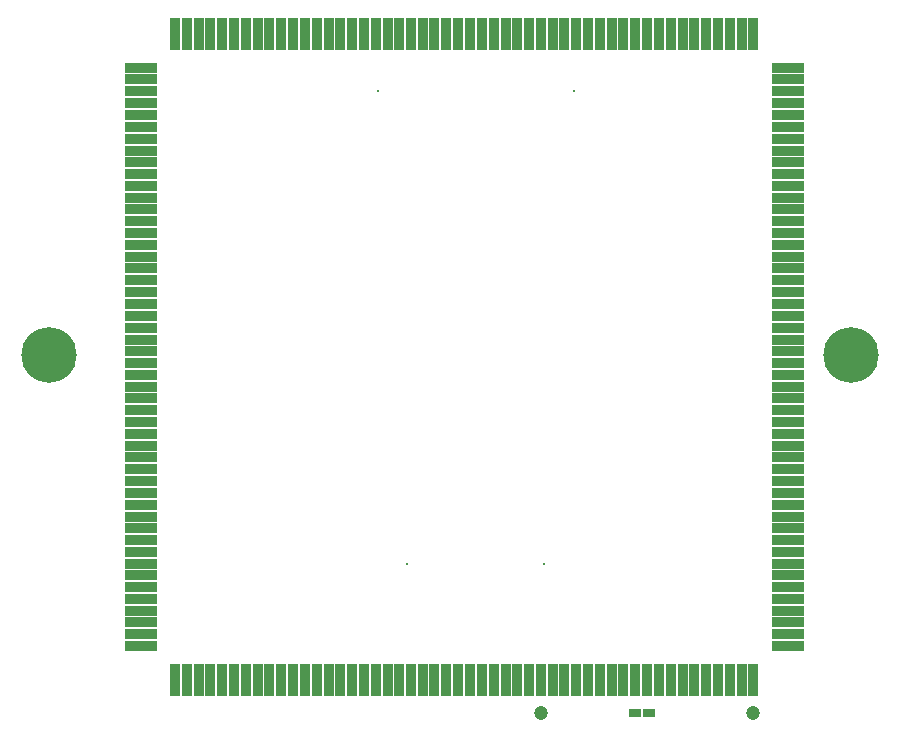
<source format=gts>
%FSTAX23Y23*%
%MOIN*%
%SFA1B1*%

%IPPOS*%
%ADD17R,0.106420X0.035560*%
%ADD18R,0.035560X0.106420*%
%ADD19C,0.047370*%
%ADD20R,0.039500X0.031620*%
%ADD21C,0.008000*%
%ADD22C,0.185170*%
%LNmod_duo_x_g3399-1*%
%LPD*%
G54D17*
X-00889Y-00275D03*
Y-00236D03*
Y-00196D03*
Y-00157D03*
Y-00118D03*
Y-00078D03*
Y-00039D03*
Y0D03*
Y00039D03*
Y00078D03*
Y00118D03*
Y00157D03*
Y00196D03*
Y00236D03*
Y00275D03*
Y00314D03*
Y00354D03*
Y00393D03*
Y00433D03*
Y00472D03*
Y00511D03*
Y00551D03*
Y0059D03*
Y00629D03*
Y00669D03*
Y00708D03*
Y00747D03*
Y00787D03*
Y00826D03*
Y00866D03*
Y00905D03*
Y00944D03*
Y00984D03*
Y01023D03*
Y01062D03*
Y01102D03*
Y01141D03*
Y01181D03*
Y0122D03*
Y01259D03*
Y01299D03*
Y01338D03*
Y01377D03*
Y01417D03*
Y01456D03*
Y01496D03*
Y01535D03*
Y01574D03*
Y01614D03*
X01267Y01653D03*
Y01614D03*
Y01574D03*
Y01535D03*
Y01496D03*
Y01456D03*
Y01417D03*
Y01377D03*
Y01338D03*
Y01299D03*
Y01259D03*
Y0122D03*
Y01181D03*
Y01141D03*
Y01102D03*
Y01062D03*
Y01023D03*
Y00984D03*
Y00944D03*
Y00905D03*
Y00866D03*
Y00826D03*
Y00787D03*
Y00747D03*
Y00708D03*
Y00669D03*
Y00629D03*
Y0059D03*
Y00551D03*
Y00511D03*
Y00472D03*
Y00433D03*
Y00393D03*
Y00354D03*
Y00314D03*
Y00275D03*
Y00236D03*
Y00196D03*
Y00157D03*
Y00118D03*
Y00078D03*
Y00039D03*
Y0D03*
Y-00039D03*
Y-00078D03*
Y-00118D03*
Y-00157D03*
Y-00196D03*
Y-00236D03*
Y-00275D03*
X-00889Y01653D03*
G54D18*
X01153Y01767D03*
X-00775Y-00389D03*
X-00735D03*
X-00696D03*
X-00657D03*
X-00617D03*
X-00578D03*
X-00539D03*
X-00499D03*
X-0046D03*
X-0042D03*
X-00381D03*
X-00342D03*
X-00302D03*
X-00263D03*
X-00224D03*
X-00184D03*
X-00145D03*
X-00106D03*
X-00066D03*
X-00027D03*
X00012D03*
X00051D03*
X0009D03*
X0013D03*
X00169D03*
X00208D03*
X00248D03*
X00287D03*
X00327D03*
X00366D03*
X00405D03*
X00445D03*
X00484D03*
X00523D03*
X00563D03*
X00602D03*
X00642D03*
X00681D03*
X0072D03*
X0076D03*
X00799D03*
X00838D03*
X00878D03*
X00917D03*
X00956D03*
X00996D03*
X01035D03*
X01075D03*
X01114D03*
X01153D03*
X01114Y01767D03*
X01075D03*
X01035D03*
X00996D03*
X00956D03*
X00917D03*
X00878D03*
X00838D03*
X00799D03*
X0076D03*
X0072D03*
X00681D03*
X00642D03*
X00602D03*
X00563D03*
X00523D03*
X00484D03*
X00445D03*
X00405D03*
X00366D03*
X00327D03*
X00287D03*
X00248D03*
X00208D03*
X00169D03*
X0013D03*
X0009D03*
X00051D03*
X00012D03*
X-00027D03*
X-00066D03*
X-00106D03*
X-00145D03*
X-00184D03*
X-00224D03*
X-00263D03*
X-00302D03*
X-00342D03*
X-00381D03*
X-0042D03*
X-0046D03*
X-00499D03*
X-00539D03*
X-00578D03*
X-00617D03*
X-00657D03*
X-00696D03*
X-00735D03*
X-00775D03*
G54D19*
X01153Y-00499D03*
X00445D03*
G54D20*
X00806Y-00499D03*
X00759D03*
G54D21*
X00555Y01574D03*
X-00098D03*
X0Y0D03*
X00456D03*
G54D22*
X-01194Y00694D03*
X0148D03*
M02*
</source>
